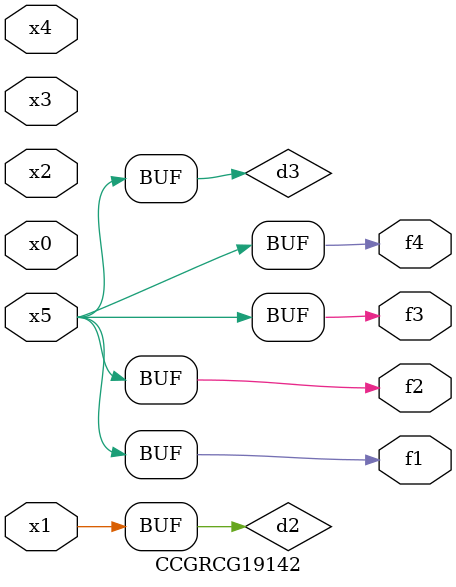
<source format=v>
module CCGRCG19142(
	input x0, x1, x2, x3, x4, x5,
	output f1, f2, f3, f4
);

	wire d1, d2, d3;

	not (d1, x5);
	or (d2, x1);
	xnor (d3, d1);
	assign f1 = d3;
	assign f2 = d3;
	assign f3 = d3;
	assign f4 = d3;
endmodule

</source>
